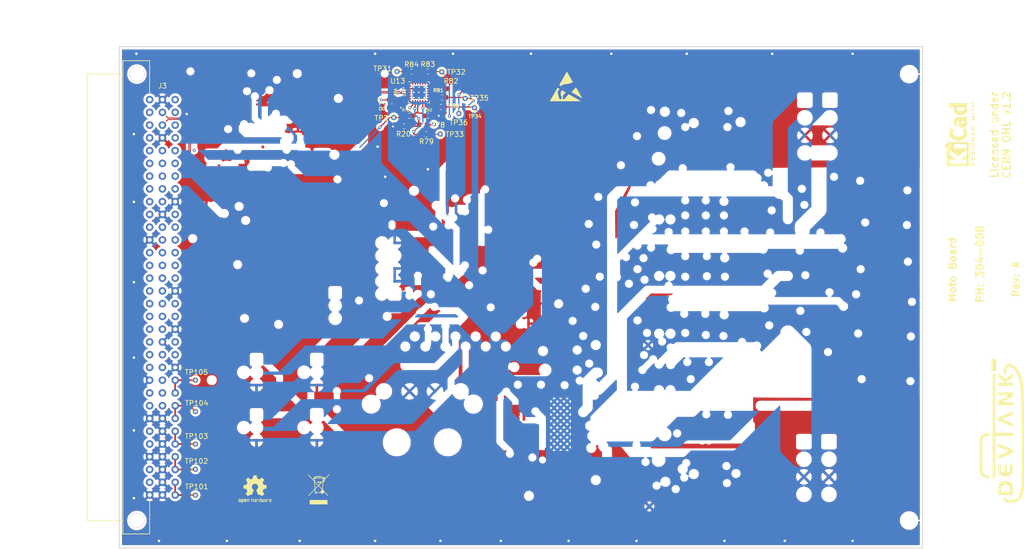
<source format=kicad_pcb>
(kicad_pcb (version 20171130) (host pcbnew 5.1.2-f72e74a~84~ubuntu18.04.1)
  (layers (0 F.Cu signal) (1 In1.Cu signal) (2 In2.Cu signal) (31 B.Cu signal) (34 B.Paste user) (35 F.Paste user) (36 B.SilkS user) (37 F.SilkS user) (38 B.Mask user) (39 F.Mask user) (44 Edge.Cuts user))
  (net 0 "")
  (net 1 GND)
  (net 2 +3V3)
  (net 3 +5V)
  (net 4 /STM_RESET)
  (net 5 +12V)
  (net 6 -5V)
  (net 7 +3V3_BP)
  (net 8 ADJ_DC)
  (net 9 /STM_RES1)
  (net 10 /STM_RES2)
  (net 11 /PORT_SEL)
  (net 12 /RESET)
  (net 13 "Net-(R79-Pad2)")
  (net 14 /STM_BOOT0)
  (net 15 "Net-(R80-Pad2)")
  (net 16 "Net-(R81-Pad2)")
  (net 17 "Net-(R82-Pad2)")
  (net 18 /USB_DATA_N)
  (net 19 /USB_DATA_P)
  (net 20 /SPI0_CLK)
  (net 21 /SPI0_MOSI)
  (net 22 /SPI0_MISO)
  (net 23 "Net-(R20-Pad2)")
  (net 24 "Net-(C52-Pad1)")
  (net 25 /STM_DEBUG_TX)
  (net 26 "Net-(R83-Pad2)")
  (net 27 "Net-(R84-Pad2)")
  (net 28 /STM_DEBUG_RX)
  (net 29 "Net-(R37-Pad2)")
  (module Devtank_PCB_Lib:Devtank_Rev2_Logo_Small (layer F.Cu) (at 230.68 121.63 90)
    (fp_text reference G*** hide)
    (fp_text value LOGO hide)
  )
  (module Symbol:ESD-Logo_6.6x6mm_SilkScreen (layer F.Cu) (at 144 53)
    (fp_text reference REF** hide)
    (fp_text value ESD-Logo_6.6x6mm_SilkScreen hide)
  )
  (module Symbol:OSHW-Logo2_7.3x6mm_SilkScreen (layer F.Cu) (at 82.1 133.22)
    (fp_text reference REF** hide)
    (fp_text value OSHW-Logo2_7.3x6mm_SilkScreen hide)
  )
  (module Symbol:WEEE-Logo_4.2x6mm_SilkScreen (layer F.Cu) (at 94.77 133.22)
    (fp_text reference REF** hide)
    (fp_text value WEEE-Logo_4.2x6mm_SilkScreen hide)
  )
  (module Symbol:KiCad-Logo2_5mm_SilkScreen (layer F.Cu) (at 222.3 62.54 90)
    (fp_text reference REF** hide)
    (fp_text value KiCad-Logo2_5mm_SilkScreen hide)
  )
  (module Capacitor_SMD:C_0402_1005Metric (layer F.Cu) (at 111.42 55.91 270)
    (fp_text reference C56 (at -1.65 -0.4 90) (layer F.SilkS) (effects (font (size 0.5 0.5) (thickness 0.1))))
    (fp_text value 100nF)
    (pad 2 smd roundrect (at 0.485 0 270) (size 0.59 0.64) (layers F.Cu F.Paste F.Mask) (net 1 GND))
    (pad 1 smd roundrect (at -0.485 0 270) (size 0.59 0.64) (layers F.Cu F.Paste F.Mask) (net 2 +3V3))
  )
  (module Capacitor_SMD:C_0402_1005Metric (layer F.Cu) (at 110.27 55.91 270)
    (fp_text reference C55 (at -1.78 0.23 90) (layer F.SilkS) (effects (font (size 0.5 0.5) (thickness 0.1))))
    (fp_text value 4.7uF)
    (pad 2 smd roundrect (at 0.485 0 270) (size 0.59 0.64) (layers F.Cu F.Paste F.Mask) (net 1 GND))
    (pad 1 smd roundrect (at -0.485 0 270) (size 0.59 0.64) (layers F.Cu F.Paste F.Mask) (net 2 +3V3))
  )
  (module Devtank_PCB_Lib:Socket_DIN41612-CaseC1-full-Male-96Pin-3rows_correct (layer F.Cu) (at 63.68 95 270)
    (fp_text reference J3 (at -42.1 -0.02) (layer F.SilkS))
    (fp_text value Conn_03x32_DIN41612)
    (pad 1 thru_hole circle (at 44.45 5.08 270) (size 2.90068 2.90068) (drill 2.90068) (layers *.Cu *.Mask))
    (pad 1 thru_hole circle (at -44.45 5.08 270) (size 2.90068 2.90068) (drill 2.90068) (layers *.Cu *.Mask))
    (pad 32c thru_hole circle (at -39.37 -2.54 90) (size 1.50114 1.50114) (drill 0.8001) (layers *.Cu *.Mask))
    (pad 31c thru_hole circle (at -36.83 -2.54 90) (size 1.50114 1.50114) (drill 0.8001) (layers *.Cu *.Mask))
    (pad 30c thru_hole circle (at -34.29 -2.54 90) (size 1.50114 1.50114) (drill 0.8001) (layers *.Cu *.Mask))
    (pad 29c thru_hole circle (at -31.75 -2.54 90) (size 1.50114 1.50114) (drill 0.8001) (layers *.Cu *.Mask))
    (pad 28c thru_hole circle (at -29.21 -2.54 90) (size 1.50114 1.50114) (drill 0.8001) (layers *.Cu *.Mask))
    (pad 27c thru_hole circle (at -26.67 -2.54 90) (size 1.50114 1.50114) (drill 0.8001) (layers *.Cu *.Mask))
    (pad 26c thru_hole circle (at -24.13 -2.54 90) (size 1.50114 1.50114) (drill 0.8001) (layers *.Cu *.Mask))
    (pad 25c thru_hole circle (at -21.59 -2.54 90) (size 1.50114 1.50114) (drill 0.8001) (layers *.Cu *.Mask))
    (pad 24c thru_hole circle (at -19.05 -2.54 90) (size 1.50114 1.50114) (drill 0.8001) (layers *.Cu *.Mask) (net 1 GND))
    (pad 23c thru_hole circle (at -16.51 -2.54 90) (size 1.50114 1.50114) (drill 0.8001) (layers *.Cu *.Mask))
    (pad 22c thru_hole circle (at -13.97 -2.54 90) (size 1.50114 1.50114) (drill 0.8001) (layers *.Cu *.Mask))
    (pad 21c thru_hole circle (at -11.43 -2.54 90) (size 1.50114 1.50114) (drill 0.8001) (layers *.Cu *.Mask))
    (pad 20c thru_hole circle (at -8.89 -2.54 90) (size 1.50114 1.50114) (drill 0.8001) (layers *.Cu *.Mask))
    (pad 19c thru_hole circle (at -6.35 -2.54 90) (size 1.50114 1.50114) (drill 0.8001) (layers *.Cu *.Mask))
    (pad 18c thru_hole circle (at -3.81 -2.54 90) (size 1.50114 1.50114) (drill 0.8001) (layers *.Cu *.Mask))
    (pad 17c thru_hole circle (at -1.27 -2.54 90) (size 1.50114 1.50114) (drill 0.8001) (layers *.Cu *.Mask) (net 1 GND))
    (pad 16c thru_hole circle (at 1.27 -2.54 90) (size 1.50114 1.50114) (drill 0.8001) (layers *.Cu *.Mask))
    (pad 15c thru_hole circle (at 3.81 -2.54 90) (size 1.50114 1.50114) (drill 0.8001) (layers *.Cu *.Mask))
    (pad 14c thru_hole circle (at 6.35 -2.54 90) (size 1.50114 1.50114) (drill 0.8001) (layers *.Cu *.Mask) (net 1 GND))
    (pad 13c thru_hole circle (at 8.89 -2.54 90) (size 1.50114 1.50114) (drill 0.8001) (layers *.Cu *.Mask))
    (pad 12c thru_hole circle (at 11.43 -2.54 90) (size 1.50114 1.50114) (drill 0.8001) (layers *.Cu *.Mask))
    (pad 11c thru_hole circle (at 13.97 -2.54 90) (size 1.50114 1.50114) (drill 0.8001) (layers *.Cu *.Mask) (net 1 GND))
    (pad 10c thru_hole circle (at 16.51 -2.54 90) (size 1.50114 1.50114) (drill 0.8001) (layers *.Cu *.Mask) (net 8 ADJ_DC))
    (pad 9c thru_hole circle (at 19.05 -2.54 90) (size 1.50114 1.50114) (drill 0.8001) (layers *.Cu *.Mask) (net 8 ADJ_DC))
    (pad 8c thru_hole circle (at 21.59 -2.54 90) (size 1.50114 1.50114) (drill 0.8001) (layers *.Cu *.Mask) (net 7 +3V3_BP))
    (pad 7c thru_hole circle (at 24.13 -2.54 90) (size 1.50114 1.50114) (drill 0.8001) (layers *.Cu *.Mask) (net 7 +3V3_BP))
    (pad 6c thru_hole circle (at 26.67 -2.54 90) (size 1.50114 1.50114) (drill 0.8001) (layers *.Cu *.Mask) (net 6 -5V))
    (pad 5c thru_hole circle (at 29.21 -2.54 90) (size 1.50114 1.50114) (drill 0.8001) (layers *.Cu *.Mask) (net 6 -5V))
    (pad 3c thru_hole circle (at 34.29 -2.54 90) (size 1.50114 1.50114) (drill 0.8001) (layers *.Cu *.Mask) (net 3 +5V))
    (pad 4c thru_hole circle (at 31.75 -2.54 90) (size 1.50114 1.50114) (drill 0.8001) (layers *.Cu *.Mask) (net 3 +5V))
    (pad 2c thru_hole circle (at 36.83 -2.54 90) (size 1.50114 1.50114) (drill 0.8001) (layers *.Cu *.Mask) (net 5 +12V))
    (pad 1c thru_hole circle (at 39.37 -2.54 90) (size 1.50114 1.50114) (drill 0.8001) (layers *.Cu *.Mask) (net 5 +12V))
    (pad 1b thru_hole circle (at 39.37 0 90) (size 1.50114 1.50114) (drill 0.8001) (layers *.Cu *.Mask) (net 1 GND))
    (pad 2b thru_hole circle (at 36.83 0 90) (size 1.50114 1.50114) (drill 0.8001) (layers *.Cu *.Mask) (net 1 GND))
    (pad 4b thru_hole circle (at 31.75 0 90) (size 1.50114 1.50114) (drill 0.8001) (layers *.Cu *.Mask) (net 1 GND))
    (pad 3b thru_hole circle (at 34.29 0 90) (size 1.50114 1.50114) (drill 0.8001) (layers *.Cu *.Mask) (net 1 GND))
    (pad 5b thru_hole circle (at 29.21 0 90) (size 1.50114 1.50114) (drill 0.8001) (layers *.Cu *.Mask) (net 1 GND))
    (pad 6b thru_hole circle (at 26.67 0 90) (size 1.50114 1.50114) (drill 0.8001) (layers *.Cu *.Mask) (net 1 GND))
    (pad 7b thru_hole circle (at 24.13 0 90) (size 1.50114 1.50114) (drill 0.8001) (layers *.Cu *.Mask) (net 1 GND))
    (pad 8b thru_hole circle (at 21.59 0 90) (size 1.50114 1.50114) (drill 0.8001) (layers *.Cu *.Mask) (net 21 /SPI0_MOSI))
    (pad 9b thru_hole circle (at 19.05 0 90) (size 1.50114 1.50114) (drill 0.8001) (layers *.Cu *.Mask) (net 22 /SPI0_MISO))
    (pad 10b thru_hole circle (at 16.51 0 90) (size 1.50114 1.50114) (drill 0.8001) (layers *.Cu *.Mask) (net 20 /SPI0_CLK))
    (pad 11b thru_hole circle (at 13.97 0 90) (size 1.50114 1.50114) (drill 0.8001) (layers *.Cu *.Mask))
    (pad 12b thru_hole circle (at 11.43 0 90) (size 1.50114 1.50114) (drill 0.8001) (layers *.Cu *.Mask))
    (pad 13b thru_hole circle (at 8.89 0 90) (size 1.50114 1.50114) (drill 0.8001) (layers *.Cu *.Mask) (net 1 GND))
    (pad 14b thru_hole circle (at 6.35 0 90) (size 1.50114 1.50114) (drill 0.8001) (layers *.Cu *.Mask))
    (pad 15b thru_hole circle (at 3.81 0 90) (size 1.50114 1.50114) (drill 0.8001) (layers *.Cu *.Mask))
    (pad 16b thru_hole circle (at 1.27 0 90) (size 1.50114 1.50114) (drill 0.8001) (layers *.Cu *.Mask))
    (pad 17b thru_hole circle (at -1.27 0 90) (size 1.50114 1.50114) (drill 0.8001) (layers *.Cu *.Mask))
    (pad 18b thru_hole circle (at -3.81 0 90) (size 1.50114 1.50114) (drill 0.8001) (layers *.Cu *.Mask))
    (pad 19b thru_hole circle (at -6.35 0 90) (size 1.50114 1.50114) (drill 0.8001) (layers *.Cu *.Mask))
    (pad 20b thru_hole circle (at -8.89 0 90) (size 1.50114 1.50114) (drill 0.8001) (layers *.Cu *.Mask))
    (pad 21b thru_hole circle (at -11.43 0 90) (size 1.50114 1.50114) (drill 0.8001) (layers *.Cu *.Mask))
    (pad 22b thru_hole circle (at -13.97 0 90) (size 1.50114 1.50114) (drill 0.8001) (layers *.Cu *.Mask))
    (pad 23b thru_hole circle (at -16.51 0 90) (size 1.50114 1.50114) (drill 0.8001) (layers *.Cu *.Mask) (net 1 GND))
    (pad 24b thru_hole circle (at -19.05 0 90) (size 1.50114 1.50114) (drill 0.8001) (layers *.Cu *.Mask))
    (pad 25b thru_hole circle (at -21.59 0 90) (size 1.50114 1.50114) (drill 0.8001) (layers *.Cu *.Mask))
    (pad 26b thru_hole circle (at -24.13 0 90) (size 1.50114 1.50114) (drill 0.8001) (layers *.Cu *.Mask) (net 11 /PORT_SEL))
    (pad 27b thru_hole circle (at -26.67 0 90) (size 1.50114 1.50114) (drill 0.8001) (layers *.Cu *.Mask))
    (pad 28b thru_hole circle (at -29.21 0 90) (size 1.50114 1.50114) (drill 0.8001) (layers *.Cu *.Mask) (net 12 /RESET))
    (pad 29b thru_hole circle (at -31.75 0 90) (size 1.50114 1.50114) (drill 0.8001) (layers *.Cu *.Mask) (net 1 GND))
    (pad 30b thru_hole circle (at -34.29 0 90) (size 1.50114 1.50114) (drill 0.8001) (layers *.Cu *.Mask))
    (pad 31b thru_hole circle (at -36.83 0 90) (size 1.50114 1.50114) (drill 0.8001) (layers *.Cu *.Mask))
    (pad 32b thru_hole circle (at -39.37 0 90) (size 1.50114 1.50114) (drill 0.8001) (layers *.Cu *.Mask) (net 1 GND))
    (pad 32a thru_hole circle (at -39.37 2.54 90) (size 1.50114 1.50114) (drill 0.8001) (layers *.Cu *.Mask))
    (pad 31a thru_hole circle (at -36.83 2.54 90) (size 1.50114 1.50114) (drill 0.8001) (layers *.Cu *.Mask))
    (pad 30a thru_hole circle (at -34.29 2.54 90) (size 1.50114 1.50114) (drill 0.8001) (layers *.Cu *.Mask))
    (pad 29a thru_hole circle (at -31.75 2.54 90) (size 1.50114 1.50114) (drill 0.8001) (layers *.Cu *.Mask))
    (pad 28a thru_hole circle (at -29.21 2.54 90) (size 1.50114 1.50114) (drill 0.8001) (layers *.Cu *.Mask))
    (pad 27a thru_hole circle (at -26.67 2.54 90) (size 1.50114 1.50114) (drill 0.8001) (layers *.Cu *.Mask))
    (pad 26a thru_hole circle (at -24.13 2.54 90) (size 1.50114 1.50114) (drill 0.8001) (layers *.Cu *.Mask))
    (pad 25a thru_hole circle (at -21.59 2.54 90) (size 1.50114 1.50114) (drill 0.8001) (layers *.Cu *.Mask))
    (pad 24a thru_hole circle (at -19.05 2.54 90) (size 1.50114 1.50114) (drill 0.8001) (layers *.Cu *.Mask))
    (pad 23a thru_hole circle (at -16.51 2.54 90) (size 1.50114 1.50114) (drill 0.8001) (layers *.Cu *.Mask))
    (pad 22a thru_hole circle (at -13.97 2.54 90) (size 1.50114 1.50114) (drill 0.8001) (layers *.Cu *.Mask))
    (pad 21a thru_hole circle (at -11.43 2.54 90) (size 1.50114 1.50114) (drill 0.8001) (layers *.Cu *.Mask) (net 1 GND))
    (pad 20a thru_hole circle (at -8.89 2.54 90) (size 1.50114 1.50114) (drill 0.8001) (layers *.Cu *.Mask))
    (pad 19a thru_hole circle (at -6.35 2.54 90) (size 1.50114 1.50114) (drill 0.8001) (layers *.Cu *.Mask))
    (pad 18a thru_hole circle (at -3.81 2.54 90) (size 1.50114 1.50114) (drill 0.8001) (layers *.Cu *.Mask))
    (pad 17a thru_hole circle (at -1.27 2.54 90) (size 1.50114 1.50114) (drill 0.8001) (layers *.Cu *.Mask))
    (pad 16a thru_hole circle (at 1.27 2.54 90) (size 1.50114 1.50114) (drill 0.8001) (layers *.Cu *.Mask))
    (pad 15a thru_hole circle (at 3.81 2.54 90) (size 1.50114 1.50114) (drill 0.8001) (layers *.Cu *.Mask))
    (pad 14a thru_hole circle (at 6.35 2.54 90) (size 1.50114 1.50114) (drill 0.8001) (layers *.Cu *.Mask))
    (pad 13a thru_hole circle (at 8.89 2.54 90) (size 1.50114 1.50114) (drill 0.8001) (layers *.Cu *.Mask))
    (pad 12a thru_hole circle (at 11.43 2.54 90) (size 1.50114 1.50114) (drill 0.8001) (layers *.Cu *.Mask))
    (pad 11a thru_hole circle (at 13.97 2.54 90) (size 1.50114 1.50114) (drill 0.8001) (layers *.Cu *.Mask))
    (pad 10a thru_hole circle (at 16.51 2.54 90) (size 1.50114 1.50114) (drill 0.8001) (layers *.Cu *.Mask) (net 1 GND))
    (pad 9a thru_hole circle (at 19.05 2.54 90) (size 1.50114 1.50114) (drill 0.8001) (layers *.Cu *.Mask))
    (pad 8a thru_hole circle (at 21.59 2.54 90) (size 1.50114 1.50114) (drill 0.8001) (layers *.Cu *.Mask))
    (pad 7a thru_hole circle (at 24.13 2.54 90) (size 1.50114 1.50114) (drill 0.8001) (layers *.Cu *.Mask) (net 1 GND))
    (pad 6a thru_hole circle (at 26.67 2.54 90) (size 1.50114 1.50114) (drill 0.8001) (layers *.Cu *.Mask))
    (pad 5a thru_hole circle (at 29.21 2.54 90) (size 1.50114 1.50114) (drill 0.8001) (layers *.Cu *.Mask))
    (pad 3a thru_hole circle (at 34.29 2.54 90) (size 1.50114 1.50114) (drill 0.8001) (layers *.Cu *.Mask))
    (pad 4a thru_hole circle (at 31.75 2.54 90) (size 1.50114 1.50114) (drill 0.8001) (layers *.Cu *.Mask) (net 1 GND))
    (pad 2a thru_hole circle (at 36.83 2.54 90) (size 1.50114 1.50114) (drill 0.8001) (layers *.Cu *.Mask))
    (pad 1a thru_hole circle (at 39.37 2.54 90) (size 1.50114 1.50114) (drill 0.8001) (layers *.Cu *.Mask) (net 1 GND))
  )
  (module Resistor_SMD:R_0603_1608Metric (layer F.Cu) (at 111.74 60.94)
    (fp_text reference R20 (at -0.11 1.53) (layer F.SilkS))
    (fp_text value 47K)
    (pad 2 smd roundrect (at 0.7875 0) (size 0.875 0.95) (layers F.Cu F.Paste F.Mask) (net 23 "Net-(R20-Pad2)"))
    (pad 1 smd roundrect (at -0.7875 0) (size 0.875 0.95) (layers F.Cu F.Paste F.Mask) (net 1 GND))
  )
  (module Resistor_SMD:R_0603_1608Metric (layer F.Cu) (at 116.2 62.55 180)
    (fp_text reference R79 (at 0 -1.43) (layer F.SilkS))
    (fp_text value 0R)
    (pad 2 smd roundrect (at 0.7875 0 180) (size 0.875 0.95) (layers F.Cu F.Paste F.Mask) (net 13 "Net-(R79-Pad2)"))
    (pad 1 smd roundrect (at -0.7875 0 180) (size 0.875 0.95) (layers F.Cu F.Paste F.Mask) (net 14 /STM_BOOT0))
  )
  (module Resistor_SMD:R_0603_1608Metric (layer F.Cu) (at 119.05 57.1 180)
    (fp_text reference R80 (at -2.66 0.26) (layer F.SilkS) (effects (font (size 0.7 0.7))))
    (fp_text value 0R)
    (pad 2 smd roundrect (at 0.7875 0 180) (size 0.875 0.95) (layers F.Cu F.Paste F.Mask) (net 15 "Net-(R80-Pad2)"))
    (pad 1 smd roundrect (at -0.7875 0 180) (size 0.875 0.95) (layers F.Cu F.Paste F.Mask) (net 4 /STM_RESET))
  )
  (module Resistor_SMD:R_0603_1608Metric (layer F.Cu) (at 119.3 55.2 180)
    (fp_text reference R81 (at 0.73 1.41) (layer F.SilkS) (effects (font (size 0.7 0.7))))
    (fp_text value 330R)
    (pad 2 smd roundrect (at 0.7875 0 180) (size 0.875 0.95) (layers F.Cu F.Paste F.Mask) (net 16 "Net-(R81-Pad2)"))
    (pad 1 smd roundrect (at -0.7875 0 180) (size 0.875 0.95) (layers F.Cu F.Paste F.Mask) (net 9 /STM_RES1))
  )
  (module Resistor_SMD:R_0603_1608Metric (layer F.Cu) (at 121.1 53.45 180)
    (fp_text reference R82 (at 0 1.49) (layer F.SilkS))
    (fp_text value 330R)
    (pad 2 smd roundrect (at 0.7875 0 180) (size 0.875 0.95) (layers F.Cu F.Paste F.Mask) (net 17 "Net-(R82-Pad2)"))
    (pad 1 smd roundrect (at -0.7875 0 180) (size 0.875 0.95) (layers F.Cu F.Paste F.Mask) (net 10 /STM_RES2))
  )
  (module TestPoint:TestPoint_THTPad_D1.0mm_Drill0.5mm (layer F.Cu) (at 118.95 62.49)
    (fp_text reference TP33 (at 2.87 0.06) (layer F.SilkS))
    (fp_text value Test_Point)
    (pad 1 thru_hole circle (at 0 0) (size 1 1) (drill 0.5) (layers *.Cu *.Mask) (net 14 /STM_BOOT0))
  )
  (module TestPoint:TestPoint_THTPad_D1.0mm_Drill0.5mm (layer F.Cu) (at 125.75 57.25)
    (fp_text reference TP34 (at 0.12 1.71) (layer F.SilkS) (effects (font (size 0.7 0.7))))
    (fp_text value Test_Point)
    (pad 1 thru_hole circle (at 0 0) (size 1 1) (drill 0.5) (layers *.Cu *.Mask) (net 4 /STM_RESET))
  )
  (module TestPoint:TestPoint_THTPad_D1.0mm_Drill0.5mm (layer F.Cu) (at 123.9 55.4 270)
    (fp_text reference TP35 (at -0.09 -2.86 180) (layer F.SilkS))
    (fp_text value Test_Point)
    (pad 1 thru_hole circle (at 0 0 270) (size 1 1) (drill 0.5) (layers *.Cu *.Mask) (net 9 /STM_RES1))
  )
  (module TestPoint:TestPoint_THTPad_D1.0mm_Drill0.5mm (layer F.Cu) (at 122.65 58.4 180)
    (fp_text reference TP36 (at 0.03 -1.81) (layer F.SilkS))
    (fp_text value Test_Point)
    (pad 1 thru_hole circle (at 0 0 180) (size 1 1) (drill 0.5) (layers *.Cu *.Mask) (net 10 /STM_RES2))
  )
  (module TestPoint:TestPoint_THTPad_D1.0mm_Drill0.5mm (layer F.Cu) (at 70.25 111.5)
    (fp_text reference TP105 (at 0.2 -1.58) (layer F.SilkS))
    (fp_text value Test_Point)
    (pad 1 thru_hole circle (at 0 0) (size 1 1) (drill 0.5) (layers *.Cu *.Mask) (net 8 ADJ_DC))
  )
  (module Capacitor_SMD:C_0603_1608Metric (layer F.Cu) (at 116.55 58.85)
    (fp_text reference C52 (at 0.07 -1.14) (layer F.SilkS) (effects (font (size 0.5 0.5) (thickness 0.1))))
    (fp_text value DNF)
    (pad 2 smd roundrect (at 0.7875 0) (size 0.875 0.95) (layers F.Cu F.Paste F.Mask) (net 1 GND))
    (pad 1 smd roundrect (at -0.7875 0) (size 0.875 0.95) (layers F.Cu F.Paste F.Mask) (net 24 "Net-(C52-Pad1)"))
  )
  (module Resistor_SMD:R_0603_1608Metric (layer F.Cu) (at 112.8 58.85 180)
    (fp_text reference R76 (at 0.73 1.1) (layer F.SilkS) (effects (font (size 0.5 0.5) (thickness 0.1))))
    (fp_text value 0R)
    (pad 2 smd roundrect (at 0.7875 0 180) (size 0.875 0.95) (layers F.Cu F.Paste F.Mask) (net 12 /RESET))
    (pad 1 smd roundrect (at -0.7875 0 180) (size 0.875 0.95) (layers F.Cu F.Paste F.Mask) (net 24 "Net-(C52-Pad1)"))
  )
  (module Resistor_SMD:R_0603_1608Metric (layer F.Cu) (at 108.83 56.4575 90)
    (fp_text reference R77 (at 0 -1.43 90) (layer F.SilkS))
    (fp_text value DNF)
    (pad 2 smd roundrect (at 0.7875 0 90) (size 0.875 0.95) (layers F.Cu F.Paste F.Mask) (net 2 +3V3))
    (pad 1 smd roundrect (at -0.7875 0 90) (size 0.875 0.95) (layers F.Cu F.Paste F.Mask) (net 24 "Net-(C52-Pad1)"))
  )
  (module Resistor_SMD:R_0603_1608Metric (layer F.Cu) (at 115.5125 60.65)
    (fp_text reference R78 (at 2.9475 0.04) (layer F.SilkS))
    (fp_text value 24K)
    (pad 2 smd roundrect (at 0.7875 0) (size 0.875 0.95) (layers F.Cu F.Paste F.Mask) (net 3 +5V))
    (pad 1 smd roundrect (at -0.7875 0) (size 0.875 0.95) (layers F.Cu F.Paste F.Mask) (net 23 "Net-(R20-Pad2)"))
  )
  (module Resistor_SMD:R_0603_1608Metric (layer F.Cu) (at 116.45 50.05 180)
    (fp_text reference R83 (at -0.04 1.45) (layer F.SilkS))
    (fp_text value 0R)
    (pad 2 smd roundrect (at 0.7875 0 180) (size 0.875 0.95) (layers F.Cu F.Paste F.Mask) (net 26 "Net-(R83-Pad2)"))
    (pad 1 smd roundrect (at -0.7875 0 180) (size 0.875 0.95) (layers F.Cu F.Paste F.Mask) (net 25 /STM_DEBUG_TX))
  )
  (module Resistor_SMD:R_0603_1608Metric (layer F.Cu) (at 113.25 50.05)
    (fp_text reference R84 (at 0 -1.43) (layer F.SilkS))
    (fp_text value 0R)
    (pad 2 smd roundrect (at 0.7875 0) (size 0.875 0.95) (layers F.Cu F.Paste F.Mask) (net 27 "Net-(R84-Pad2)"))
    (pad 1 smd roundrect (at -0.7875 0) (size 0.875 0.95) (layers F.Cu F.Paste F.Mask) (net 28 /STM_DEBUG_RX))
  )
  (module TestPoint:TestPoint_THTPad_D1.0mm_Drill0.5mm (layer F.Cu) (at 109.7 59.2 180)
    (fp_text reference TP2 (at 2.44 -0.12) (layer F.SilkS))
    (fp_text value Test_Point)
    (pad 1 thru_hole circle (at 0 0 180) (size 1 1) (drill 0.5) (layers *.Cu *.Mask) (net 12 /RESET))
  )
  (module TestPoint:TestPoint_THTPad_D1.0mm_Drill0.5mm (layer F.Cu) (at 110.35 50.05 180)
    (fp_text reference TP31 (at 2.87 0.59) (layer F.SilkS))
    (fp_text value Test_Point)
    (pad 1 thru_hole circle (at 0 0 180) (size 1 1) (drill 0.5) (layers *.Cu *.Mask) (net 28 /STM_DEBUG_RX))
  )
  (module TestPoint:TestPoint_THTPad_D1.0mm_Drill0.5mm (layer F.Cu) (at 119.25 50.1 180)
    (fp_text reference TP32 (at -2.89 -0.05) (layer F.SilkS))
    (fp_text value Test_Point)
    (pad 1 thru_hole circle (at 0 0 180) (size 1 1) (drill 0.5) (layers *.Cu *.Mask) (net 25 /STM_DEBUG_TX))
  )
  (module TestPoint:TestPoint_THTPad_D1.0mm_Drill0.5mm (layer F.Cu) (at 70.25 134.4)
    (fp_text reference TP101 (at 0.24 -1.69) (layer F.SilkS))
    (fp_text value Test_Point)
    (pad 1 thru_hole circle (at 0 0) (size 1 1) (drill 0.5) (layers *.Cu *.Mask) (net 5 +12V))
  )
  (module TestPoint:TestPoint_THTPad_D1.0mm_Drill0.5mm (layer F.Cu) (at 70.25 129.25)
    (fp_text reference TP102 (at 0.19 -1.62) (layer F.SilkS))
    (fp_text value Test_Point)
    (pad 1 thru_hole circle (at 0 0) (size 1 1) (drill 0.5) (layers *.Cu *.Mask) (net 3 +5V))
  )
  (module TestPoint:TestPoint_THTPad_D1.0mm_Drill0.5mm (layer F.Cu) (at 70.25 124.25)
    (fp_text reference TP103 (at 0.21 -1.58) (layer F.SilkS))
    (fp_text value Test_Point)
    (pad 1 thru_hole circle (at 0 0) (size 1 1) (drill 0.5) (layers *.Cu *.Mask) (net 6 -5V))
  )
  (module TestPoint:TestPoint_THTPad_D1.0mm_Drill0.5mm (layer F.Cu) (at 70.25 117.75 180)
    (fp_text reference TP104 (at -0.25 1.67) (layer F.SilkS))
    (fp_text value Test_Point)
    (pad 1 thru_hole circle (at 0 0 180) (size 1 1) (drill 0.5) (layers *.Cu *.Mask) (net 7 +3V3_BP))
  )
  (module Package_DFN_QFN:QFN-24-1EP_4x4mm_P0.5mm_EP2.6x2.6mm_ThermalVias (layer F.Cu) (at 114.725001 54.195001)
    (fp_text reference U13 (at -4.225001 -2.275001) (layer F.SilkS))
    (fp_text value CP2102N-A01-GQFN24)
    (pad 24 smd roundrect (at -1.25 -1.9375) (size 0.25 0.825) (layers F.Cu F.Paste F.Mask))
    (pad 23 smd roundrect (at -0.75 -1.9375) (size 0.25 0.825) (layers F.Cu F.Paste F.Mask))
    (pad 22 smd roundrect (at -0.25 -1.9375) (size 0.25 0.825) (layers F.Cu F.Paste F.Mask))
    (pad 21 smd roundrect (at 0.25 -1.9375) (size 0.25 0.825) (layers F.Cu F.Paste F.Mask) (net 27 "Net-(R84-Pad2)"))
    (pad 20 smd roundrect (at 0.75 -1.9375) (size 0.25 0.825) (layers F.Cu F.Paste F.Mask) (net 26 "Net-(R83-Pad2)"))
    (pad 19 smd roundrect (at 1.25 -1.9375) (size 0.25 0.825) (layers F.Cu F.Paste F.Mask))
    (pad 18 smd roundrect (at 1.9375 -1.25) (size 0.825 0.25) (layers F.Cu F.Paste F.Mask))
    (pad 17 smd roundrect (at 1.9375 -0.75) (size 0.825 0.25) (layers F.Cu F.Paste F.Mask))
    (pad 16 smd roundrect (at 1.9375 -0.25) (size 0.825 0.25) (layers F.Cu F.Paste F.Mask))
    (pad 15 smd roundrect (at 1.9375 0.25) (size 0.825 0.25) (layers F.Cu F.Paste F.Mask))
    (pad 14 smd roundrect (at 1.9375 0.75) (size 0.825 0.25) (layers F.Cu F.Paste F.Mask) (net 17 "Net-(R82-Pad2)"))
    (pad 13 smd roundrect (at 1.9375 1.25) (size 0.825 0.25) (layers F.Cu F.Paste F.Mask) (net 16 "Net-(R81-Pad2)"))
    (pad 12 smd roundrect (at 1.25 1.9375) (size 0.25 0.825) (layers F.Cu F.Paste F.Mask) (net 15 "Net-(R80-Pad2)"))
    (pad 11 smd roundrect (at 0.75 1.9375) (size 0.25 0.825) (layers F.Cu F.Paste F.Mask) (net 13 "Net-(R79-Pad2)"))
    (pad 10 smd roundrect (at 0.25 1.9375) (size 0.25 0.825) (layers F.Cu F.Paste F.Mask))
    (pad 9 smd roundrect (at -0.25 1.9375) (size 0.25 0.825) (layers F.Cu F.Paste F.Mask) (net 24 "Net-(C52-Pad1)"))
    (pad 8 smd roundrect (at -0.75 1.9375) (size 0.25 0.825) (layers F.Cu F.Paste F.Mask) (net 23 "Net-(R20-Pad2)"))
    (pad 7 smd roundrect (at -1.25 1.9375) (size 0.25 0.825) (layers F.Cu F.Paste F.Mask) (net 2 +3V3))
    (pad 6 smd roundrect (at -1.9375 1.25) (size 0.825 0.25) (layers F.Cu F.Paste F.Mask) (net 2 +3V3))
    (pad 5 smd roundrect (at -1.9375 0.75) (size 0.825 0.25) (layers F.Cu F.Paste F.Mask) (net 2 +3V3))
    (pad 4 smd roundrect (at -1.9375 0.25) (size 0.825 0.25) (layers F.Cu F.Paste F.Mask))
    (pad 3 smd roundrect (at -1.9375 -0.25) (size 0.825 0.25) (layers F.Cu F.Paste F.Mask))
    (pad 2 smd roundrect (at -1.9375 -0.75) (size 0.825 0.25) (layers F.Cu F.Paste F.Mask) (net 1 GND))
    (pad 1 smd roundrect (at -1.9375 -1.25) (size 0.825 0.25) (layers F.Cu F.Paste F.Mask))
    (pad 25 smd roundrect (at 0 0) (size 2.6 2.6) (layers B.Cu) (roundrect_rratio 0.096154) (net 1 GND))
    (pad 25 thru_hole circle (at 1.05 1.05) (size 0.5 0.5) (drill 0.3) (layers *.Cu) (net 1 GND))
    (pad 25 thru_hole circle (at 0 1.05) (size 0.5 0.5) (drill 0.3) (layers *.Cu) (net 1 GND))
    (pad 25 thru_hole circle (at -1.05 1.05) (size 0.5 0.5) (drill 0.3) (layers *.Cu) (net 1 GND))
    (pad 25 thru_hole circle (at 1.05 0) (size 0.5 0.5) (drill 0.3) (layers *.Cu) (net 1 GND))
    (pad 25 thru_hole circle (at 0 0) (size 0.5 0.5) (drill 0.3) (layers *.Cu) (net 1 GND))
    (pad 25 thru_hole circle (at -1.05 0) (size 0.5 0.5) (drill 0.3) (layers *.Cu) (net 1 GND))
    (pad 25 thru_hole circle (at 1.05 -1.05) (size 0.5 0.5) (drill 0.3) (layers *.Cu) (net 1 GND))
    (pad 25 thru_hole circle (at 0 -1.05) (size 0.5 0.5) (drill 0.3) (layers *.Cu) (net 1 GND))
    (pad 25 thru_hole circle (at -1.05 -1.05) (size 0.5 0.5) (drill 0.3) (layers *.Cu) (net 1 GND))
    (pad 25 smd roundrect (at 0 0) (size 2.6 2.6) (layers F.Cu F.Mask) (roundrect_rratio 0.096154) (net 1 GND))
  )
  (module Mounting_Holes:MountingHole_2.7mm (layer F.Cu) (at 58.6 50.55)
    (fp_text reference REF** hide)
    (fp_text value MountingHole_3.5mm hide)
    (pad 1 np_thru_hole circle (at 0 0) (size 2.7 2.7) (drill 2.7) (layers *.Cu *.Mask))
  )
  (module Mounting_Holes:MountingHole_2.7mm (layer F.Cu) (at 58.6 139.45)
    (fp_text reference REF** hide)
    (fp_text value MountingHole_3.5mm hide)
    (pad 1 np_thru_hole circle (at 0 0) (size 2.7 2.7) (drill 2.7) (layers *.Cu *.Mask))
  )
  (module Mounting_Holes:MountingHole_2.7mm (layer F.Cu) (at 212.24 139.45)
    (fp_text reference REF** hide)
    (fp_text value MountingHole_3.5mm hide)
    (pad 1 np_thru_hole circle (at 0 0) (size 2.7 2.7) (drill 2.7) (layers *.Cu *.Mask))
  )
  (module Mounting_Holes:MountingHole_2.7mm (layer F.Cu) (at 212.24 50.55)
    (fp_text reference REF** hide)
    (fp_text value MountingHole_3.5mm hide)
    (pad 1 np_thru_hole circle (at 0 0) (size 2.7 2.7) (drill 2.7) (layers *.Cu *.Mask))
  )
  (gr_text "Rev: A\n" (at 233.43 91.4 90) (layer F.SilkS) (effects (font (size 1.5 1.5) (thickness 0.3))))
  (gr_text "PN: 304-008\n" (at 226.37 88.4 90) (layer F.SilkS) (effects (font (size 1.5 1.5) (thickness 0.3))))
  (gr_text "Licensed under\nCERN OHL v1.2" (at 230.44 62.66 90) (layer F.SilkS) (effects (font (size 1.5 1.5) (thickness 0.3))))
  (gr_text "Moto Board\n" (at 220.86 89.48 90) (layer F.SilkS) (effects (font (size 1.5 1.5) (thickness 0.3))))
  (gr_line (start 214.925 45.075) (end 214.925 45.075) (angle 90) (layer Edge.Cuts) (width 0.15))
  (gr_line (start 55.075 144.925) (end 214.925 144.925) (angle 90) (layer Edge.Cuts) (width 0.15))
  (gr_line (start 55.075 45.075) (end 55.075 144.925) (angle 90) (layer Edge.Cuts) (width 0.15))
  (gr_line (start 214.925 45.075) (end 55.075 45.075) (angle 90) (layer Edge.Cuts) (width 0.15))
  (gr_line (start 214.925 144.925) (end 214.925 45.075) (angle 90) (layer Edge.Cuts) (width 0.15))
  (segment (start 110.27 56.395) (end 111.42 56.395) (width 0.25) (layer F.Cu) (net 1))
  (via (at 111.14 57.24) (size 0.6) (drill 0.3) (layers F.Cu B.Cu) (net 1))
  (segment (start 111.42 56.395) (end 111.42 56.96) (width 0.25) (layer F.Cu) (net 1))
  (segment (start 111.42 56.96) (end 111.14 57.24) (width 0.25) (layer F.Cu) (net 1))
  (via (at 118.65 58.85) (size 0.8) (drill 0.4) (layers F.Cu B.Cu) (net 1))
  (segment (start 117.3375 58.85) (end 118.65 58.85) (width 0.36) (layer F.Cu) (net 1))
  (segment (start 113.375001 53.445001) (end 113.675001 53.145001) (width 0.25) (layer F.Cu) (net 1))
  (segment (start 112.787501 53.445001) (end 113.375001 53.445001) (width 0.25) (layer F.Cu) (net 1))
  (via (at 111.65 53.3) (size 0.6) (drill 0.3) (layers F.Cu B.Cu) (net 1))
  (segment (start 112.787501 53.445001) (end 111.795001 53.445001) (width 0.25) (layer F.Cu) (net 1))
  (segment (start 111.795001 53.445001) (end 111.65 53.3) (width 0.25) (layer F.Cu) (net 1))
  (via (at 109.54 60.98) (size 0.8) (drill 0.4) (layers F.Cu B.Cu) (net 1))
  (segment (start 110.105685 60.98) (end 109.54 60.98) (width 0.36) (layer F.Cu) (net 1))
  (segment (start 110.9525 60.94) (end 110.9125 60.98) (width 0.36) (layer F.Cu) (net 1))
  (segment (start 110.9125 60.98) (end 110.105685 60.98) (width 0.36) (layer F.Cu) (net 1))
  (via (at 58.5 46.5) (size 1) (drill 0.5) (layers F.Cu B.Cu) (net 1))
  (via (at 201 46.5) (size 1) (drill 0.5) (layers F.Cu B.Cu) (net 1))
  (via (at 121.5 46.5) (size 1) (drill 0.5) (layers F.Cu B.Cu) (net 1))
  (via (at 106 46.5) (size 1) (drill 0.5) (layers F.Cu B.Cu) (net 1))
  (via (at 58 135) (size 1) (drill 0.5) (layers F.Cu B.Cu) (net 1))
  (via (at 58 121.5) (size 1) (drill 0.5) (layers F.Cu B.Cu) (net 1))
  (via (at 58 107) (size 1) (drill 0.5) (layers F.Cu B.Cu) (net 1))
  (via (at 58 92) (size 1) (drill 0.5) (layers F.Cu B.Cu) (net 1))
  (via (at 58 76) (size 1) (drill 0.5) (layers F.Cu B.Cu) (net 1))
  (via (at 58 62.5) (size 1) (drill 0.5) (layers F.Cu B.Cu) (net 1))
  (via (at 63 143.5) (size 1) (drill 0.5) (layers F.Cu B.Cu) (net 1))
  (via (at 76.5 143.5) (size 1) (drill 0.5) (layers F.Cu B.Cu) (net 1))
  (via (at 91 143.5) (size 1) (drill 0.5) (layers F.Cu B.Cu) (net 1))
  (via (at 106 143.5) (size 1) (drill 0.5) (layers F.Cu B.Cu) (net 1))
  (via (at 119 143.5) (size 1) (drill 0.5) (layers F.Cu B.Cu) (net 1))
  (via (at 131 143.5) (size 1) (drill 0.5) (layers F.Cu B.Cu) (net 1))
  (via (at 144.5 143.5) (size 1) (drill 0.5) (layers F.Cu B.Cu) (net 1))
  (via (at 158 143.5) (size 1) (drill 0.5) (layers F.Cu B.Cu) (net 1))
  (via (at 175.5 143.5) (size 1) (drill 0.5) (layers F.Cu B.Cu) (net 1))
  (via (at 187.5 143.5) (size 1) (drill 0.5) (layers F.Cu B.Cu) (net 1))
  (via (at 201 143.5) (size 1) (drill 0.5) (layers F.Cu B.Cu) (net 1))
  (via (at 68.5 58.5) (size 1) (drill 0.5) (layers F.Cu B.Cu) (net 1))
  (via (at 106.5 65) (size 1) (drill 0.5) (layers F.Cu B.Cu) (net 1))
  (via (at 108 71) (size 1) (drill 0.5) (layers F.Cu B.Cu) (net 1))
  (via (at 116.5 69.5) (size 1) (drill 0.5) (layers F.Cu B.Cu) (net 1))
  (segment (start 111.440001 55.445001) (end 111.42 55.425) (width 0.25) (layer F.Cu) (net 2))
  (segment (start 112.787501 55.445001) (end 111.440001 55.445001) (width 0.25) (layer F.Cu) (net 2))
  (segment (start 111.899999 54.945001) (end 111.42 55.425) (width 0.25) (layer F.Cu) (net 2))
  (segment (start 112.787501 54.945001) (end 111.899999 54.945001) (width 0.25) (layer F.Cu) (net 2))
  (segment (start 111.42 55.425) (end 110.27 55.425) (width 0.25) (layer F.Cu) (net 2))
  (segment (start 109.075 55.425) (end 108.83 55.67) (width 0.25) (layer F.Cu) (net 2))
  (segment (start 110.27 55.425) (end 109.075 55.425) (width 0.25) (layer F.Cu) (net 2))
  (via (at 107.29 55.66) (size 0.6) (drill 0.3) (layers F.Cu B.Cu) (net 2))
  (segment (start 108.83 55.67) (end 107.3 55.67) (width 0.25) (layer F.Cu) (net 2))
  (segment (start 107.3 55.67) (end 107.29 55.66) (width 0.25) (layer F.Cu) (net 2))
  (segment (start 113.475001 56.132501) (end 113.475001 56.694999) (width 0.25) (layer F.Cu) (net 2))
  (via (at 112.92 57.25) (size 0.6) (drill 0.3) (layers F.Cu B.Cu) (net 2))
  (segment (start 113.475001 56.694999) (end 112.92 57.25) (width 0.25) (layer F.Cu) (net 2))
  (via (at 117.7 60.55) (size 0.8) (drill 0.4) (layers F.Cu B.Cu) (net 3))
  (segment (start 116.3 60.65) (end 117.6 60.65) (width 0.36) (layer F.Cu) (net 3))
  (segment (start 117.6 60.65) (end 117.7 60.55) (width 0.36) (layer F.Cu) (net 3))
  (segment (start 70.21 129.29) (end 70.25 129.25) (width 0.36) (layer F.Cu) (net 3))
  (segment (start 66.22 129.29) (end 70.21 129.29) (width 0.36) (layer F.Cu) (net 3))
  (segment (start 66.22 129.29) (end 66.22 126.75) (width 0.36) (layer F.Cu) (net 3))
  (segment (start 125.6 57.1) (end 125.75 57.25) (width 0.25) (layer F.Cu) (net 4))
  (segment (start 119.8375 57.1) (end 125.6 57.1) (width 0.25) (layer F.Cu) (net 4))
  (segment (start 125.75 57.25) (end 127.15 58.65) (width 0.25) (layer B.Cu) (net 4))
  (segment (start 70.22 134.37) (end 70.25 134.4) (width 0.36) (layer F.Cu) (net 5))
  (segment (start 66.22 134.37) (end 70.22 134.37) (width 0.36) (layer F.Cu) (net 5))
  (segment (start 66.22 134.37) (end 66.22 131.83) (width 0.36) (layer F.Cu) (net 5))
  (segment (start 70.21 124.21) (end 70.25 124.25) (width 0.36) (layer F.Cu) (net 6))
  (segment (start 66.22 124.21) (end 70.21 124.21) (width 0.36) (layer F.Cu) (net 6))
  (segment (start 66.22 124.21) (end 66.22 121.67) (width 0.36) (layer F.Cu) (net 6))
  (segment (start 66.22 119.13) (end 66.22 116.59) (width 0.36) (layer F.Cu) (net 7))
  (segment (start 69.09 116.59) (end 70.25 117.75) (width 0.36) (layer F.Cu) (net 7))
  (segment (start 66.22 116.59) (end 69.09 116.59) (width 0.36) (layer F.Cu) (net 7))
  (segment (start 66.22 111.51) (end 66.22 114.05) (width 0.36) (layer F.Cu) (net 8))
  (segment (start 70.24 111.51) (end 70.25 111.5) (width 0.36) (layer F.Cu) (net 8))
  (segment (start 66.22 111.51) (end 70.24 111.51) (width 0.36) (layer F.Cu) (net 8))
  (segment (start 123.7 55.2) (end 123.9 55.4) (width 0.25) (layer F.Cu) (net 9))
  (segment (start 120.0875 55.2) (end 123.7 55.2) (width 0.25) (layer F.Cu) (net 9))
  (via (at 125.55 55.85) (size 0.6) (drill 0.3) (layers F.Cu B.Cu) (net 9))
  (segment (start 123.9 55.4) (end 125.1 55.4) (width 0.25) (layer F.Cu) (net 9))
  (segment (start 125.1 55.4) (end 125.55 55.85) (width 0.25) (layer F.Cu) (net 9))
  (segment (start 125.55 55.85) (end 124.974999 56.425001) (width 0.25) (layer B.Cu) (net 9))
  (segment (start 124.6 56.8) (end 124.974999 56.425001) (width 0.25) (layer B.Cu) (net 9))
  (segment (start 122.95 58.7) (end 122.65 58.4) (width 0.25) (layer F.Cu) (net 10))
  (via (at 122.7 54.625) (size 0.6) (drill 0.3) (layers F.Cu B.Cu) (net 10))
  (segment (start 122.65 58.4) (end 122.65 54.675) (width 0.25) (layer B.Cu) (net 10))
  (segment (start 122.65 54.675) (end 122.7 54.625) (width 0.25) (layer B.Cu) (net 10))
  (segment (start 122.4375 52.9) (end 121.8875 53.45) (width 0.25) (layer F.Cu) (net 10))
  (segment (start 122.8 52.9) (end 122.4375 52.9) (width 0.25) (layer F.Cu) (net 10))
  (segment (start 123.2 53.3) (end 122.8 52.9) (width 0.25) (layer F.Cu) (net 10))
  (segment (start 122.7 54.625) (end 123.2 54.125) (width 0.25) (layer F.Cu) (net 10))
  (segment (start 123.2 54.125) (end 123.2 53.3) (width 0.25) (layer F.Cu) (net 10))
  (via (at 107 61.1) (size 0.6) (drill 0.3) (layers F.Cu B.Cu) (net 12))
  (segment (start 108.9 59.2) (end 109.7 59.2) (width 0.25) (layer F.Cu) (net 12))
  (segment (start 107 61.1) (end 108.9 59.2) (width 0.25) (layer F.Cu) (net 12))
  (segment (start 111.6625 59.2) (end 112.0125 58.85) (width 0.25) (layer F.Cu) (net 12))
  (segment (start 109.7 59.2) (end 111.6625 59.2) (width 0.25) (layer F.Cu) (net 12))
  (segment (start 106.700001 61.399999) (end 107 61.1) (width 0.25) (layer B.Cu) (net 12))
  (segment (start 102.944999 65.155001) (end 106.700001 61.399999) (width 0.25) (layer B.Cu) (net 12))
  (via (at 115.5 57.3) (size 0.6) (drill 0.3) (layers F.Cu B.Cu) (net 13))
  (segment (start 115.475001 56.132501) (end 115.475001 57.275001) (width 0.25) (layer F.Cu) (net 13))
  (segment (start 115.475001 57.275001) (end 115.5 57.3) (width 0.25) (layer F.Cu) (net 13))
  (via (at 113.7 62) (size 0.6) (drill 0.3) (layers F.Cu B.Cu) (net 13))
  (segment (start 115.5 57.3) (end 115.5 60.2) (width 0.25) (layer B.Cu) (net 13))
  (segment (start 115.5 60.2) (end 113.7 62) (width 0.25) (layer B.Cu) (net 13))
  (segment (start 113.825736 62.55) (end 115.4125 62.55) (width 0.25) (layer F.Cu) (net 13))
  (segment (start 113.7 62) (end 113.7 62.424264) (width 0.25) (layer F.Cu) (net 13))
  (segment (start 113.7 62.424264) (end 113.825736 62.55) (width 0.25) (layer F.Cu) (net 13))
  (segment (start 118.89 62.55) (end 118.95 62.49) (width 0.25) (layer F.Cu) (net 14))
  (segment (start 116.9875 62.55) (end 118.89 62.55) (width 0.25) (layer F.Cu) (net 14))
  (segment (start 119.05 62.59) (end 118.95 62.49) (width 0.25) (layer F.Cu) (net 14))
  (segment (start 119.449999 62.989999) (end 118.95 62.49) (width 0.25) (layer B.Cu) (net 14))
  (segment (start 115.975001 56.132501) (end 115.975001 56.925001) (width 0.25) (layer F.Cu) (net 15))
  (segment (start 116.15 57.1) (end 118.2625 57.1) (width 0.25) (layer F.Cu) (net 15))
  (segment (start 115.975001 56.925001) (end 116.15 57.1) (width 0.25) (layer F.Cu) (net 15))
  (segment (start 118.267499 55.445001) (end 118.5125 55.2) (width 0.25) (layer F.Cu) (net 16))
  (segment (start 116.662501 55.445001) (end 118.267499 55.445001) (width 0.25) (layer F.Cu) (net 16))
  (segment (start 119.089216 53.45) (end 119.775 53.45) (width 0.25) (layer F.Cu) (net 17))
  (segment (start 117.594215 54.945001) (end 119.089216 53.45) (width 0.25) (layer F.Cu) (net 17))
  (segment (start 119.775 53.45) (end 120.3125 53.45) (width 0.25) (layer F.Cu) (net 17))
  (segment (start 116.662501 54.945001) (end 117.594215 54.945001) (width 0.25) (layer F.Cu) (net 17))
  (segment (start 71.237868 71.860013) (end 68.949989 69.572134) (width 0.2) (layer F.Cu) (net 18))
  (segment (start 68.949989 69.572134) (end 68.949989 60.692133) (width 0.2) (layer F.Cu) (net 18))
  (segment (start 68.949989 60.692133) (end 67.847867 59.590011) (width 0.2) (layer F.Cu) (net 18))
  (segment (start 64.799989 59.590011) (end 64.430569 59.959431) (width 0.2) (layer F.Cu) (net 18))
  (segment (start 67.847867 59.590011) (end 64.799989 59.590011) (width 0.2) (layer F.Cu) (net 18))
  (segment (start 67.972134 59.29) (end 64.8 59.29) (width 0.2) (layer F.Cu) (net 19))
  (segment (start 69.25 60.567866) (end 67.972134 59.29) (width 0.2) (layer F.Cu) (net 19))
  (segment (start 71.362136 71.560002) (end 69.25 69.447866) (width 0.2) (layer F.Cu) (net 19))
  (segment (start 69.25 69.447866) (end 69.25 60.567866) (width 0.2) (layer F.Cu) (net 19))
  (segment (start 64.8 59.29) (end 64.430569 58.920569) (width 0.2) (layer F.Cu) (net 19))
  (segment (start 112.275001 54.445001) (end 112.787501 54.445001) (width 0.2) (layer F.Cu) (net 0))
  (segment (start 111.282999 54.445001) (end 112.275001 54.445001) (width 0.2) (layer F.Cu) (net 0))
  (segment (start 110.857998 54.02) (end 111.282999 54.445001) (width 0.2) (layer F.Cu) (net 0))
  (segment (start 106.317866 54.02) (end 110.857998 54.02) (width 0.2) (layer F.Cu) (net 0))
  (segment (start 103.7 56.637866) (end 106.317866 54.02) (width 0.2) (layer F.Cu) (net 0))
  (segment (start 104 56.762134) (end 106.442134 54.32) (width 0.2) (layer F.Cu) (net 0))
  (via (at 110.56 54.42) (size 0.4) (drill 0.2) (layers F.Cu B.Cu) (net 0))
  (segment (start 106.442134 54.32) (end 110.46 54.32) (width 0.2) (layer F.Cu) (net 0))
  (segment (start 110.46 54.32) (end 110.56 54.42) (width 0.2) (layer F.Cu) (net 0))
  (via (at 111.42 53.99) (size 0.4) (drill 0.2) (layers F.Cu B.Cu) (net 0))
  (segment (start 110.56 54.42) (end 110.99 54.42) (width 0.2) (layer B.Cu) (net 0))
  (segment (start 110.99 54.42) (end 111.42 53.99) (width 0.2) (layer B.Cu) (net 0))
  (segment (start 112.742502 53.99) (end 112.787501 53.945001) (width 0.2) (layer F.Cu) (net 0))
  (segment (start 111.42 53.99) (end 112.742502 53.99) (width 0.2) (layer F.Cu) (net 0))
  (via (at 137 46.5) (size 1) (drill 0.5) (layers F.Cu B.Cu) (net 1))
  (via (at 153 46.5) (size 1) (drill 0.5) (layers F.Cu B.Cu) (net 1))
  (via (at 168 46.5) (size 1) (drill 0.5) (layers F.Cu B.Cu) (net 1))
  (via (at 185 46.5) (size 1) (drill 0.5) (layers F.Cu B.Cu) (net 1))
  (via (at 113.9 57.4) (size 0.6) (drill 0.3) (layers F.Cu B.Cu) (net 23))
  (segment (start 113.975001 56.132501) (end 113.975001 57.324999) (width 0.25) (layer F.Cu) (net 23))
  (segment (start 113.975001 57.324999) (end 113.9 57.4) (width 0.25) (layer F.Cu) (net 23))
  (via (at 114.7 59.4) (size 0.6) (drill 0.3) (layers F.Cu B.Cu) (net 23))
  (segment (start 113.9 57.4) (end 113.9 58.6) (width 0.25) (layer B.Cu) (net 23))
  (segment (start 113.9 58.6) (end 114.7 59.4) (width 0.25) (layer B.Cu) (net 23))
  (segment (start 114.7 60.625) (end 114.725 60.65) (width 0.25) (layer F.Cu) (net 23))
  (segment (start 114.7 59.4) (end 114.7 60.625) (width 0.25) (layer F.Cu) (net 23))
  (segment (start 114.435 60.94) (end 114.725 60.65) (width 0.25) (layer F.Cu) (net 23))
  (segment (start 112.5275 60.94) (end 114.435 60.94) (width 0.25) (layer F.Cu) (net 23))
  (segment (start 114.31875 58.11875) (end 113.5875 58.85) (width 0.25) (layer F.Cu) (net 24))
  (segment (start 114.475001 57.962499) (end 114.31875 58.11875) (width 0.25) (layer F.Cu) (net 24))
  (segment (start 114.475001 56.132501) (end 114.475001 57.962499) (width 0.25) (layer F.Cu) (net 24))
  (segment (start 115.2125 58.3) (end 115.7625 58.85) (width 0.25) (layer F.Cu) (net 24))
  (segment (start 114.31875 58.11875) (end 114.5 58.3) (width 0.25) (layer F.Cu) (net 24))
  (segment (start 114.5 58.3) (end 115.2125 58.3) (width 0.25) (layer F.Cu) (net 24))
  (segment (start 109.440002 57.855002) (end 112.592502 57.855002) (width 0.25) (layer F.Cu) (net 24))
  (segment (start 112.592502 57.855002) (end 113.125888 58.388388) (width 0.25) (layer F.Cu) (net 24))
  (segment (start 108.83 57.245) (end 109.440002 57.855002) (width 0.25) (layer F.Cu) (net 24))
  (segment (start 113.125888 58.388388) (end 113.5875 58.85) (width 0.25) (layer F.Cu) (net 24))
  (segment (start 119.2 50.05) (end 119.25 50.1) (width 0.25) (layer F.Cu) (net 25))
  (segment (start 117.2375 50.05) (end 119.2 50.05) (width 0.25) (layer F.Cu) (net 25))
  (via (at 120.775 58.925) (size 0.6) (drill 0.3) (layers F.Cu B.Cu) (net 25))
  (segment (start 120.95 59.1) (end 120.775 58.925) (width 0.25) (layer F.Cu) (net 25))
  (segment (start 120.775 51.625) (end 119.25 50.1) (width 0.25) (layer B.Cu) (net 25))
  (segment (start 120.775 58.925) (end 120.775 51.625) (width 0.25) (layer B.Cu) (net 25))
  (segment (start 115.475001 50.237499) (end 115.6625 50.05) (width 0.25) (layer F.Cu) (net 26))
  (segment (start 115.475001 52.257501) (end 115.475001 50.237499) (width 0.25) (layer F.Cu) (net 26))
  (segment (start 114.975001 50.987501) (end 114.0375 50.05) (width 0.25) (layer F.Cu) (net 27))
  (segment (start 114.975001 52.257501) (end 114.975001 50.987501) (width 0.25) (layer F.Cu) (net 27))
  (segment (start 112.4625 50.05) (end 110.35 50.05) (width 0.25) (layer F.Cu) (net 28))
  (via (at 70 65.75) (size 0.6) (drill 0.3) (layers F.Cu B.Cu) (net 29))
  (zone (net 1) (net_name GND) (layer B.Cu) (connect_pads (clearance 0.508)) (min_thickness 0.254) (fill yes (arc_segments 32) (thermal_gap 0.508) (thermal_bridge_width 0.508))
    (polygon (pts (xy 55 45) (xy 215 45) (xy 215 145) (xy 55 145)))
  )
  (zone (net 1) (net_name GND) (layer F.Cu) (connect_pads (clearance 0.508)) (min_thickness 0.254) (fill yes (arc_segments 32) (thermal_gap 0.508) (thermal_bridge_width 0.508))
    (polygon (pts (xy 55 45) (xy 215 45) (xy 215 145) (xy 55 145)))
  )
)
</source>
